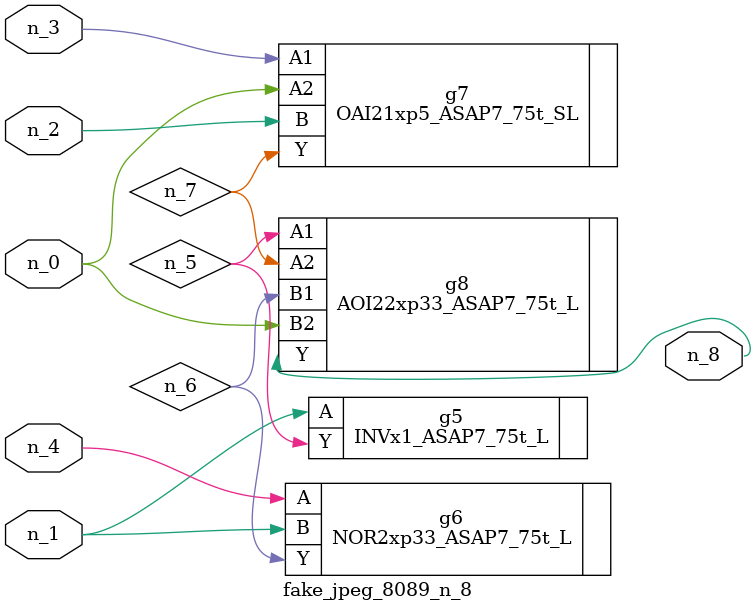
<source format=v>
module fake_jpeg_8089_n_8 (n_3, n_2, n_1, n_0, n_4, n_8);

input n_3;
input n_2;
input n_1;
input n_0;
input n_4;

output n_8;

wire n_6;
wire n_5;
wire n_7;

INVx1_ASAP7_75t_L g5 ( 
.A(n_1),
.Y(n_5)
);

NOR2xp33_ASAP7_75t_L g6 ( 
.A(n_4),
.B(n_1),
.Y(n_6)
);

OAI21xp5_ASAP7_75t_SL g7 ( 
.A1(n_3),
.A2(n_0),
.B(n_2),
.Y(n_7)
);

AOI22xp33_ASAP7_75t_L g8 ( 
.A1(n_5),
.A2(n_7),
.B1(n_6),
.B2(n_0),
.Y(n_8)
);


endmodule
</source>
